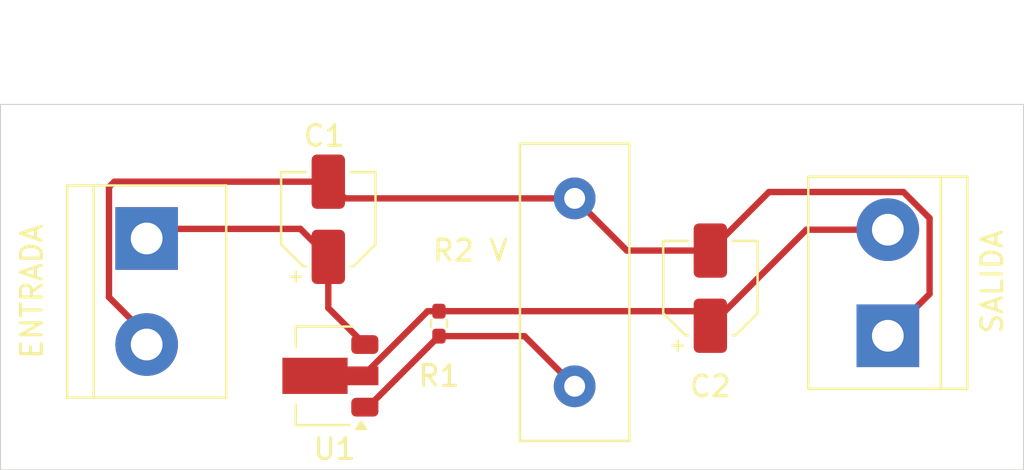
<source format=kicad_pcb>
(kicad_pcb (version 20240108) (generator "pcbnew") (generator_version "8.0")
  (title_block (title "Modulo Regulador Lineal LM317 DC - DC") (date "2024-04-21") (rev "Dacar Tirado") (company "ucb") (comment 1 "El diseño de esta pcb es de regular el voltaje de salida a el voltaje requerido."))
  (layers (0 "F.Cu" signal) (31 "B.Cu" signal) (34 "B.Paste" user) (35 "F.Paste" user) (36 "B.SilkS" user "B.Silkscreen") (37 "F.SilkS" user "F.Silkscreen") (38 "B.Mask" user) (39 "F.Mask" user) (44 "Edge.Cuts" user))
  (net 0 "")
  (net 1 "GND")
  (net 2 "VIN")
  (net 3 "VOUT")
  (net 4 "Net-(U1-ADJ)")
  (footprint "Resistor_THT:R_Box_L14.0mm_W5.0mm_P9.00mm" (layer "F.Cu") (at 108.0976 65.4024 90)
    (property "Reference" "R2 V" (at 6.5 -5 180) (layer "F.SilkS"))
    (property "Value" "10K")
    (fp_line (start 11.62 -2.62) (end 11.62 2.62) (stroke (width 0.12)) (layer "F.SilkS"))
    (fp_line (start -2.62 -2.62) (end 11.62 -2.62) (stroke (width 0.12)) (layer "F.SilkS"))
    (fp_line (start -2.62 -2.62) (end -2.62 2.62) (stroke (width 0.12)) (layer "F.SilkS"))
    (fp_line (start -2.62 2.62) (end 11.62 2.62) (stroke (width 0.12)) (layer "F.SilkS"))
    (pad "1" thru_hole circle (at 0 0 90) (size 2 2) (drill 1) (layers "*.Cu" "*.Mask") (net 4 "Net-(U1-ADJ)"))
    (pad "2" thru_hole circle (at 9 0 90) (size 2 2) (drill 1) (layers "*.Cu" "*.Mask") (net 1 "GND"))
  )
  (footprint "Capacitor_SMD:CP_Elec_4x3" (layer "F.Cu") (at 96.2976 57.4024 90)
    (property "Reference" "C1" (at 4 -0.2 180) (layer "F.SilkS"))
    (property "Value" "0.1uf")
    (fp_line (start 2.26 -2.26) (end 2.26 -1.06) (stroke (width 0.12)) (layer "F.SilkS"))
    (fp_line (start -1.195563 -2.26) (end 2.26 -2.26) (stroke (width 0.12)) (layer "F.SilkS"))
    (fp_line (start -2.75 -1.81) (end -2.75 -1.31) (stroke (width 0.12)) (layer "F.SilkS"))
    (fp_line (start -3 -1.56) (end -2.5 -1.56) (stroke (width 0.12)) (layer "F.SilkS"))
    (fp_line (start -2.26 -1.195563) (end -1.195563 -2.26) (stroke (width 0.12)) (layer "F.SilkS"))
    (fp_line (start -2.26 -1.195563) (end -2.26 -1.06) (stroke (width 0.12)) (layer "F.SilkS"))
    (fp_line (start -2.26 1.195563) (end -2.26 1.06) (stroke (width 0.12)) (layer "F.SilkS"))
    (fp_line (start -2.26 1.195563) (end -1.195563 2.26) (stroke (width 0.12)) (layer "F.SilkS"))
    (fp_line (start 2.26 2.26) (end 2.26 1.06) (stroke (width 0.12)) (layer "F.SilkS"))
    (fp_line (start -1.195563 2.26) (end 2.26 2.26) (stroke (width 0.12)) (layer "F.SilkS"))
    (pad "1" smd roundrect (at -1.8 0 90) (size 2.6 1.6) (layers "F.Cu" "F.Paste" "F.Mask") (roundrect_rratio 0.15625) (net 2 "VIN"))
    (pad "2" smd roundrect (at 1.8 0 90) (size 2.6 1.6) (layers "F.Cu" "F.Paste" "F.Mask") (roundrect_rratio 0.15625) (net 1 "GND"))
  )
  (footprint "TerminalBlock:TerminalBlock_bornier-2_P5.08mm" (layer "F.Cu") (at 123.0976 62.9824 90)
    (property "Reference" "SALIDA" (at 2.58 5 -90) (layer "F.SilkS"))
    (property "Value" "~")
    (fp_line (start 7.62 -3.81) (end -2.54 -3.81) (stroke (width 0.12)) (layer "F.SilkS"))
    (fp_line (start -2.54 -3.81) (end -2.54 3.81) (stroke (width 0.12)) (layer "F.SilkS"))
    (fp_line (start 7.62 2.54) (end -2.54 2.54) (stroke (width 0.12)) (layer "F.SilkS"))
    (fp_line (start 7.62 3.81) (end 7.62 -3.81) (stroke (width 0.12)) (layer "F.SilkS"))
    (fp_line (start -2.54 3.81) (end 7.62 3.81) (stroke (width 0.12)) (layer "F.SilkS"))
    (pad "1" thru_hole rect (at 0 0 90) (size 3 3) (drill 1.52) (layers "*.Cu" "*.Mask") (net 1 "GND"))
    (pad "2" thru_hole circle (at 5.08 0 90) (size 3 3) (drill 1.52) (layers "*.Cu" "*.Mask") (net 3 "VOUT"))
  )
  (footprint "Package_TO_SOT_SMD:SOT-89-3" (layer "F.Cu") (at 96.0976 64.9024 180)
    (property "Reference" "U1" (at -0.5 -3.5 180) (layer "F.SilkS"))
    (property "Value" "LM317L_SOT-89")
    (fp_line (start 1.36 2.36) (end -1.36 2.36) (stroke (width 0.12)) (layer "F.SilkS"))
    (fp_line (start 1.36 1.38) (end 1.36 2.36) (stroke (width 0.12)) (layer "F.SilkS"))
    (fp_line (start 1.36 -1.38) (end 1.36 -2.36) (stroke (width 0.12)) (layer "F.SilkS"))
    (fp_line (start -1.22 -2.36) (end 1.36 -2.36) (stroke (width 0.12)) (layer "F.SilkS"))
    (fp_poly (pts (xy -1.77 -2.21) (xy -2.01 -2.54) (xy -1.53 -2.54) (xy -1.77 -2.21)) (stroke (width 0.12)) (fill solid) (layer "F.SilkS"))
    (pad "1" smd roundrect (at -1.95 -1.5 180) (size 1.3 0.9) (layers "F.Cu" "F.Paste" "F.Mask") (net 4 "Net-(U1-ADJ)"))
    (pad "2" smd custom (at -1.8625 0 180) (size 1.475 0.9) (layers "F.Cu" "F.Paste" "F.Mask") (net 3 "VOUT") (options (clearance outline) (anchor rect)) (primitives (gr_poly (pts (xy 3.8625 0.8665) (xy 0.7375 0.8665) (xy 0.7375 -0.8665) (xy 3.8625 -0.8665)) (width 0) (fill yes))))
    (pad "3" smd roundrect (at -1.95 1.5 180) (size 1.3 0.9) (layers "F.Cu" "F.Paste" "F.Mask") (net 2 "VIN"))
  )
  (footprint "TerminalBlock:TerminalBlock_bornier-2_P5.08mm" (layer "F.Cu") (at 87.5976 58.3224 -90)
    (property "Reference" "ENTRADA" (at 2.54 5.5 90) (layer "F.SilkS"))
    (property "Value" "~")
    (fp_line (start -2.54 3.81) (end 7.62 3.81) (stroke (width 0.12)) (layer "F.SilkS"))
    (fp_line (start 7.62 3.81) (end 7.62 -3.81) (stroke (width 0.12)) (layer "F.SilkS"))
    (fp_line (start 7.62 2.54) (end -2.54 2.54) (stroke (width 0.12)) (layer "F.SilkS"))
    (fp_line (start -2.54 -3.81) (end -2.54 3.81) (stroke (width 0.12)) (layer "F.SilkS"))
    (fp_line (start 7.62 -3.81) (end -2.54 -3.81) (stroke (width 0.12)) (layer "F.SilkS"))
    (pad "1" thru_hole rect (at 0 0 270) (size 3 3) (drill 1.52) (layers "*.Cu" "*.Mask") (net 2 "VIN"))
    (pad "2" thru_hole circle (at 5.08 0 270) (size 3 3) (drill 1.52) (layers "*.Cu" "*.Mask") (net 1 "GND"))
  )
  (footprint "Resistor_SMD:R_0402_1005Metric_Pad0.72x0.64mm_HandSolder" (layer "F.Cu") (at 101.5976 62.4024 -90)
    (property "Reference" "R1" (at 2.5 0 0) (layer "F.SilkS"))
    (property "Value" "200")
    (fp_line (start -0.167621 0.38) (end 0.167621 0.38) (stroke (width 0.12)) (layer "F.SilkS"))
    (fp_line (start -0.167621 -0.38) (end 0.167621 -0.38) (stroke (width 0.12)) (layer "F.SilkS"))
    (pad "1" smd roundrect (at -0.5975 0 270) (size 0.715 0.64) (layers "F.Cu" "F.Paste" "F.Mask") (net 3 "VOUT"))
    (pad "2" smd roundrect (at 0.5975 0 270) (size 0.715 0.64) (layers "F.Cu" "F.Paste" "F.Mask") (net 4 "Net-(U1-ADJ)"))
  )
  (footprint "Capacitor_SMD:CP_Elec_4x3" (layer "F.Cu") (at 114.5976 60.7024 90)
    (property "Reference" "C2" (at -4.7 0 180) (layer "F.SilkS"))
    (property "Value" "47uf")
    (fp_line (start 2.26 -2.26) (end 2.26 -1.06) (stroke (width 0.12)) (layer "F.SilkS"))
    (fp_line (start -1.195563 -2.26) (end 2.26 -2.26) (stroke (width 0.12)) (layer "F.SilkS"))
    (fp_line (start -2.75 -1.81) (end -2.75 -1.31) (stroke (width 0.12)) (layer "F.SilkS"))
    (fp_line (start -3 -1.56) (end -2.5 -1.56) (stroke (width 0.12)) (layer "F.SilkS"))
    (fp_line (start -2.26 -1.195563) (end -1.195563 -2.26) (stroke (width 0.12)) (layer "F.SilkS"))
    (fp_line (start -2.26 -1.195563) (end -2.26 -1.06) (stroke (width 0.12)) (layer "F.SilkS"))
    (fp_line (start -2.26 1.195563) (end -2.26 1.06) (stroke (width 0.12)) (layer "F.SilkS"))
    (fp_line (start -2.26 1.195563) (end -1.195563 2.26) (stroke (width 0.12)) (layer "F.SilkS"))
    (fp_line (start 2.26 2.26) (end 2.26 1.06) (stroke (width 0.12)) (layer "F.SilkS"))
    (fp_line (start -1.195563 2.26) (end 2.26 2.26) (stroke (width 0.12)) (layer "F.SilkS"))
    (pad "1" smd roundrect (at -1.8 0 90) (size 2.6 1.6) (layers "F.Cu" "F.Paste" "F.Mask") (roundrect_rratio 0.15625) (net 3 "VOUT"))
    (pad "2" smd roundrect (at 1.8 0 90) (size 2.6 1.6) (layers "F.Cu" "F.Paste" "F.Mask") (roundrect_rratio 0.15625) (net 1 "GND"))
  )
  (gr_rect (start 80.5976 51.9024) (end 129.5976 69.4024) (stroke (width 0.05)) (fill none) (layer "Edge.Cuts"))
  (segment (start 97.0976 56.4024) (end 96.2976 55.6024) (width 0.3048) (layer "F.Cu") (net 1))
  (segment (start 86.05 55.6024) (end 96.2976 55.6024) (width 0.3048) (layer "F.Cu") (net 1))
  (segment (start 85.7928 61.1376) (end 85.7928 55.8596) (width 0.3048) (layer "F.Cu") (net 1))
  (segment (start 87.5976 62.9424) (end 85.7928 61.1376) (width 0.3048) (layer "F.Cu") (net 1))
  (segment (start 125.0976 60.9824) (end 123.0976 62.9824) (width 0.3048) (layer "F.Cu") (net 1))
  (segment (start 114.5976 58.9024) (end 117.4024 56.0976) (width 0.3048) (layer "F.Cu") (net 1))
  (segment (start 85.7928 55.8596) (end 86.05 55.6024) (width 0.3048) (layer "F.Cu") (net 1))
  (segment (start 110.5976 58.9024) (end 114.5976 58.9024) (width 0.3048) (layer "F.Cu") (net 1))
  (segment (start 108.0976 56.4024) (end 97.0976 56.4024) (width 0.3048) (layer "F.Cu") (net 1))
  (segment (start 123.845173 56.0976) (end 125.0976 57.350027) (width 0.3048) (layer "F.Cu") (net 1))
  (segment (start 125.0976 57.350027) (end 125.0976 60.9824) (width 0.3048) (layer "F.Cu") (net 1))
  (segment (start 108.0976 56.4024) (end 110.5976 58.9024) (width 0.3048) (layer "F.Cu") (net 1))
  (segment (start 117.4024 56.0976) (end 123.845173 56.0976) (width 0.3048) (layer "F.Cu") (net 1))
  (segment (start 87.5976 57.8624) (end 94.9576 57.8624) (width 0.3048) (layer "F.Cu") (net 2))
  (segment (start 94.9576 57.8624) (end 96.2976 59.2024) (width 0.3048) (layer "F.Cu") (net 2))
  (segment (start 96.2976 59.2024) (end 96.2976 61.6524) (width 0.3048) (layer "F.Cu") (net 2))
  (segment (start 96.2976 61.6524) (end 98.0476 63.4024) (width 0.3048) (layer "F.Cu") (net 2))
  (segment (start 114.5976 62.5024) (end 119.1976 57.9024) (width 0.3048) (layer "F.Cu") (net 3))
  (segment (start 114.5976 62.5024) (end 114.6976 62.5024) (width 0.3048) (layer "F.Cu") (net 3))
  (segment (start 101.5976 61.8049) (end 113.9001 61.8049) (width 0.3048) (layer "F.Cu") (net 3))
  (segment (start 119.1976 57.9024) (end 123.0976 57.9024) (width 0.3048) (layer "F.Cu") (net 3))
  (segment (start 113.9001 61.8049) (end 114.5976 62.5024) (width 0.3048) (layer "F.Cu") (net 3))
  (segment (start 97.9601 64.9024) (end 101.0576 61.8049) (width 0.3048) (layer "F.Cu") (net 3))
  (segment (start 101.0576 61.8049) (end 101.5976 61.8049) (width 0.3048) (layer "F.Cu") (net 3))
  (segment (start 105.6951 62.9999) (end 108.0976 65.4024) (width 0.3048) (layer "F.Cu") (net 4))
  (segment (start 98.0476 66.4024) (end 98.1951 66.4024) (width 0.3048) (layer "F.Cu") (net 4))
  (segment (start 101.5976 62.9999) (end 105.6951 62.9999) (width 0.3048) (layer "F.Cu") (net 4))
  (segment (start 98.1951 66.4024) (end 101.5976 62.9999) (width 0.3048) (layer "F.Cu") (net 4))
)
</source>
